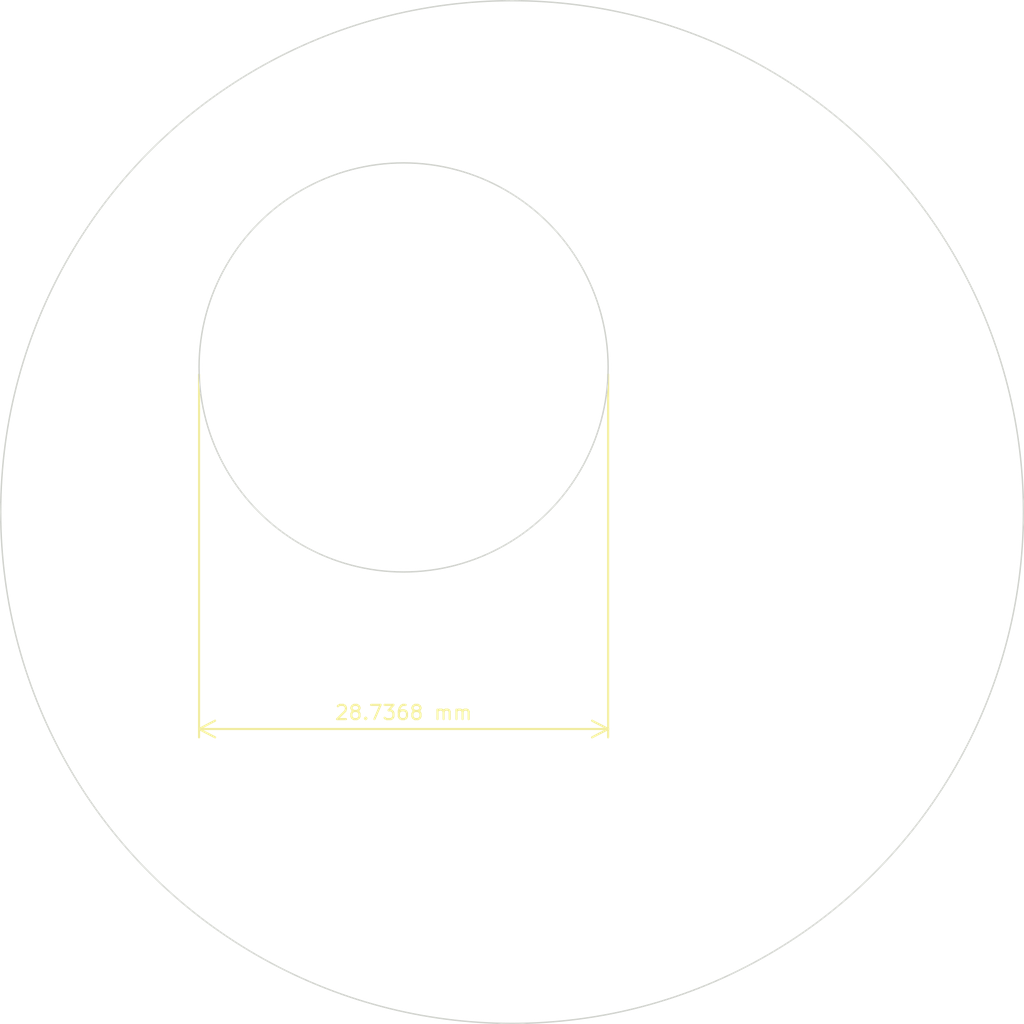
<source format=kicad_pcb>
(kicad_pcb
	(version 20240108)
	(generator "pcbnew")
	(generator_version "8.0")
	(general
		(thickness 1.6)
		(legacy_teardrops no)
	)
	(paper "A4")
	(layers
		(0 "F.Cu" signal)
		(31 "B.Cu" signal)
		(32 "B.Adhes" user "B.Adhesive")
		(33 "F.Adhes" user "F.Adhesive")
		(34 "B.Paste" user)
		(35 "F.Paste" user)
		(36 "B.SilkS" user "B.Silkscreen")
		(37 "F.SilkS" user "F.Silkscreen")
		(38 "B.Mask" user)
		(39 "F.Mask" user)
		(40 "Dwgs.User" user "User.Drawings")
		(41 "Cmts.User" user "User.Comments")
		(42 "Eco1.User" user "User.Eco1")
		(43 "Eco2.User" user "User.Eco2")
		(44 "Edge.Cuts" user)
		(45 "Margin" user)
		(46 "B.CrtYd" user "B.Courtyard")
		(47 "F.CrtYd" user "F.Courtyard")
		(48 "B.Fab" user)
		(49 "F.Fab" user)
		(50 "User.1" user)
		(51 "User.2" user)
		(52 "User.3" user)
		(53 "User.4" user)
		(54 "User.5" user)
		(55 "User.6" user)
		(56 "User.7" user)
		(57 "User.8" user)
		(58 "User.9" user)
	)
	(setup
		(pad_to_mask_clearance 0)
		(allow_soldermask_bridges_in_footprints no)
		(pcbplotparams
			(layerselection 0x00010fc_ffffffff)
			(plot_on_all_layers_selection 0x0000000_00000000)
			(disableapertmacros no)
			(usegerberextensions no)
			(usegerberattributes yes)
			(usegerberadvancedattributes yes)
			(creategerberjobfile yes)
			(dashed_line_dash_ratio 12.000000)
			(dashed_line_gap_ratio 3.000000)
			(svgprecision 4)
			(plotframeref no)
			(viasonmask no)
			(mode 1)
			(useauxorigin no)
			(hpglpennumber 1)
			(hpglpenspeed 20)
			(hpglpendiameter 15.000000)
			(pdf_front_fp_property_popups yes)
			(pdf_back_fp_property_popups yes)
			(dxfpolygonmode yes)
			(dxfimperialunits yes)
			(dxfusepcbnewfont yes)
			(psnegative no)
			(psa4output no)
			(plotreference yes)
			(plotvalue yes)
			(plotfptext yes)
			(plotinvisibletext no)
			(sketchpadsonfab no)
			(subtractmaskfromsilk no)
			(outputformat 1)
			(mirror no)
			(drillshape 1)
			(scaleselection 1)
			(outputdirectory "")
		)
	)
	(net 0 "")
	(gr_circle
		(center 106.68 78.74)
		(end 132.08 104.14)
		(stroke
			(width 0.1)
			(type solid)
		)
		(fill none)
		(layer "Edge.Cuts")
		(uuid "26757df4-f23a-4ecf-9179-b10c5c5525d5")
	)
	(gr_circle
		(center 99.06 68.58)
		(end 109.22 78.74)
		(stroke
			(width 0.1)
			(type solid)
		)
		(fill none)
		(layer "Edge.Cuts")
		(uuid "50fb8bee-85d3-4889-971e-1ec57671ac70")
	)
	(dimension
		(type aligned)
		(layer "F.SilkS")
		(uuid "220cd60d-43ce-4340-b249-83b81fe23031")
		(pts
			(xy 84.691591 68.58) (xy 113.428409 68.58)
		)
		(height 25.4)
		(gr_text "28.7368 mm"
			(at 99.06 92.83 0)
			(layer "F.SilkS")
			(uuid "220cd60d-43ce-4340-b249-83b81fe23031")
			(effects
				(font
					(size 1 1)
					(thickness 0.15)
				)
			)
		)
		(format
			(prefix "")
			(suffix "")
			(units 3)
			(units_format 1)
			(precision 4)
		)
		(style
			(thickness 0.15)
			(arrow_length 1.27)
			(text_position_mode 0)
			(extension_height 0.58642)
			(extension_offset 0.5) keep_text_aligned)
	)
)

</source>
